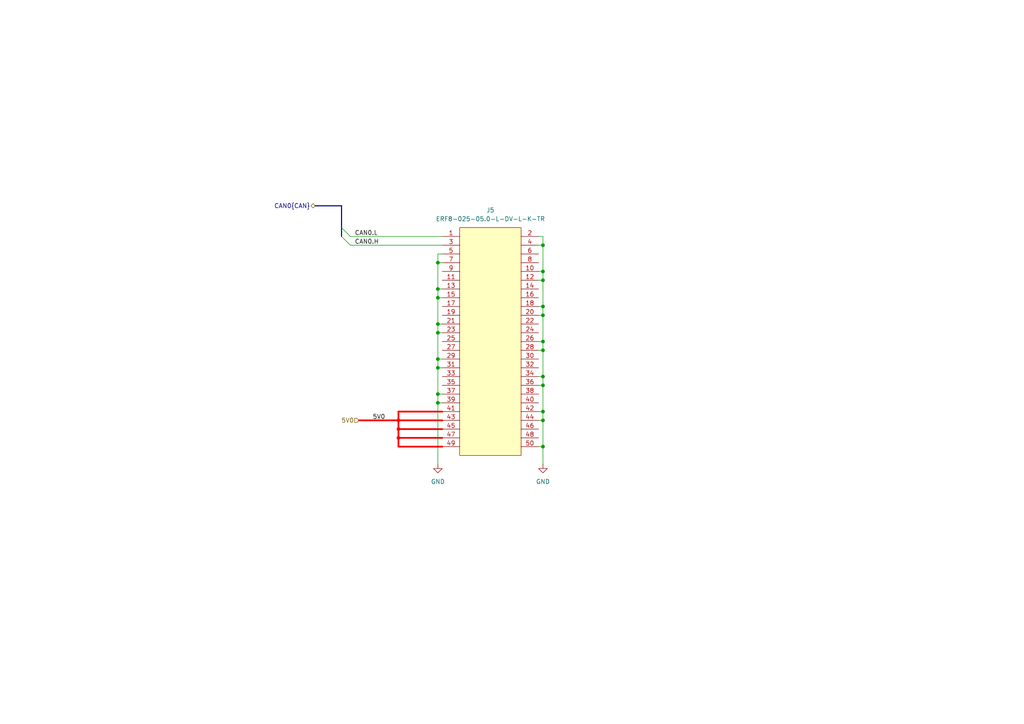
<source format=kicad_sch>
(kicad_sch (version 20250114) (generator "eeschema") (generator_version "9.0")
  (paper "A4")
  (lib_symbols
    (symbol "library:ERF8-025-05.0-L-DV-L-K-TR"
      (property "Reference" "J" (at 0 38.1 0))
      (property "Value" "ERF8-025-05.0-L-DV-L-K-TR" (at 0 35.56 0))
      (symbol "ERF8-025-05.0-L-DV-L-K-TR_1_1"
        (rectangle (start -8.89 33.02) (end 8.89 -33.02) (fill (type color) (color 255 255 194 1)))
        (pin passive line (at -13.97 30.48 0) (length 5.08) (name "") (number "1"))
        (pin passive line (at -13.97 27.94 0) (length 5.08) (name "") (number "3"))
        (pin passive line (at -13.97 25.4 0) (length 5.08) (name "") (number "5"))
        (pin passive line (at -13.97 22.86 0) (length 5.08) (name "") (number "7"))
        (pin passive line (at -13.97 20.32 0) (length 5.08) (name "") (number "9"))
        (pin passive line (at -13.97 17.78 0) (length 5.08) (name "") (number "11"))
        (pin passive line (at -13.97 15.24 0) (length 5.08) (name "") (number "13"))
        (pin passive line (at -13.97 12.7 0) (length 5.08) (name "") (number "15"))
        (pin passive line (at -13.97 10.16 0) (length 5.08) (name "") (number "17"))
        (pin passive line (at -13.97 7.62 0) (length 5.08) (name "") (number "19"))
        (pin passive line (at -13.97 5.08 0) (length 5.08) (name "") (number "21"))
        (pin passive line (at -13.97 2.54 0) (length 5.08) (name "") (number "23"))
        (pin passive line (at -13.97 0 0) (length 5.08) (name "") (number "25"))
        (pin passive line (at -13.97 -2.54 0) (length 5.08) (name "") (number "27"))
        (pin passive line (at -13.97 -5.08 0) (length 5.08) (name "") (number "29"))
        (pin passive line (at -13.97 -7.62 0) (length 5.08) (name "") (number "31"))
        (pin passive line (at -13.97 -10.16 0) (length 5.08) (name "") (number "33"))
        (pin passive line (at -13.97 -12.7 0) (length 5.08) (name "") (number "35"))
        (pin passive line (at -13.97 -15.24 0) (length 5.08) (name "") (number "37"))
        (pin passive line (at -13.97 -17.78 0) (length 5.08) (name "") (number "39"))
        (pin passive line (at -13.97 -20.32 0) (length 5.08) (name "") (number "41"))
        (pin passive line (at -13.97 -22.86 0) (length 5.08) (name "") (number "43"))
        (pin passive line (at -13.97 -25.4 0) (length 5.08) (name "") (number "45"))
        (pin passive line (at -13.97 -27.94 0) (length 5.08) (name "") (number "47"))
        (pin passive line (at -13.97 -30.48 0) (length 5.08) (name "") (number "49"))
        (pin passive line (at 13.97 30.48 180) (length 5.08) (name "") (number "2"))
        (pin passive line (at 13.97 27.94 180) (length 5.08) (name "") (number "4"))
        (pin passive line (at 13.97 25.4 180) (length 5.08) (name "") (number "6"))
        (pin passive line (at 13.97 22.86 180) (length 5.08) (name "") (number "8"))
        (pin passive line (at 13.97 20.32 180) (length 5.08) (name "") (number "10"))
        (pin passive line (at 13.97 17.78 180) (length 5.08) (name "") (number "12"))
        (pin passive line (at 13.97 15.24 180) (length 5.08) (name "") (number "14"))
        (pin passive line (at 13.97 12.7 180) (length 5.08) (name "") (number "16"))
        (pin passive line (at 13.97 10.16 180) (length 5.08) (name "") (number "18"))
        (pin passive line (at 13.97 7.62 180) (length 5.08) (name "") (number "20"))
        (pin passive line (at 13.97 5.08 180) (length 5.08) (name "") (number "22"))
        (pin passive line (at 13.97 2.54 180) (length 5.08) (name "") (number "24"))
        (pin passive line (at 13.97 0 180) (length 5.08) (name "") (number "26"))
        (pin passive line (at 13.97 -2.54 180) (length 5.08) (name "") (number "28"))
        (pin passive line (at 13.97 -5.08 180) (length 5.08) (name "") (number "30"))
        (pin passive line (at 13.97 -7.62 180) (length 5.08) (name "") (number "32"))
        (pin passive line (at 13.97 -10.16 180) (length 5.08) (name "") (number "34"))
        (pin passive line (at 13.97 -12.7 180) (length 5.08) (name "") (number "36"))
        (pin passive line (at 13.97 -15.24 180) (length 5.08) (name "") (number "38"))
        (pin passive line (at 13.97 -17.78 180) (length 5.08) (name "") (number "40"))
        (pin passive line (at 13.97 -20.32 180) (length 5.08) (name "") (number "42"))
        (pin passive line (at 13.97 -22.86 180) (length 5.08) (name "") (number "44"))
        (pin passive line (at 13.97 -25.4 180) (length 5.08) (name "") (number "46"))
        (pin passive line (at 13.97 -27.94 180) (length 5.08) (name "") (number "48"))
        (pin passive line (at 13.97 -30.48 180) (length 5.08) (name "") (number "50"))
      )
    )
    (symbol "library:GND" (power) (pin_numbers (hide yes)) (pin_names (offset 0) (hide yes))
      (property "Value" "GND" (at 0 -3.81 0))
      (symbol "GND_0_1"
        (polyline (pts (xy 0 0) (xy 0 -1.27) (xy 1.27 -1.27) (xy 0 -2.54) (xy -1.27 -1.27) (xy 0 -1.27)))
      )
      (symbol "GND_1_1"
        (pin power_in line (at 0 0 270) (length 0) (name "~") (number "1"))
      )
    )
  )
  (junction (at 127 104.14))
  (junction (at 127 86.36))
  (junction (at 157.48 121.92))
  (junction (at 157.48 119.38))
  (junction (at 157.48 101.6))
  (junction (at 157.48 109.22))
  (junction (at 157.48 88.9))
  (junction (at 157.48 99.06))
  (junction (at 157.48 129.54))
  (junction (at 115.57 127) (color 255 0 0 1))
  (junction (at 157.48 111.76))
  (junction (at 127 76.2))
  (junction (at 127 83.82))
  (junction (at 157.48 81.28))
  (junction (at 157.48 78.74))
  (junction (at 157.48 71.12))
  (junction (at 127 114.3))
  (junction (at 127 93.98))
  (junction (at 127 106.68))
  (junction (at 127 116.84))
  (junction (at 127 96.52))
  (junction (at 115.57 121.92) (color 255 0 0 1))
  (junction (at 115.57 124.46) (color 255 0 0 1))
  (junction (at 157.48 91.44))
  (bus_entry (at 99.06 66.04) (size 2.54 2.54))
  (bus_entry (at 99.06 68.58) (size 2.54 2.54))
  (wire (pts (xy 157.48 99.06) (xy 157.48 101.6)))
  (wire (pts (xy 115.57 124.46) (xy 115.57 127)) (stroke (width 0.508) (color 255 0 0 1)))
  (bus (pts (xy 91.44 59.69) (xy 99.06 59.69)))
  (wire (pts (xy 127 106.68) (xy 127 114.3)))
  (wire (pts (xy 157.48 121.92) (xy 156.21 121.92)))
  (wire (pts (xy 157.48 81.28) (xy 157.48 88.9)))
  (wire (pts (xy 127 96.52) (xy 128.27 96.52)))
  (wire (pts (xy 127 114.3) (xy 127 116.84)))
  (wire (pts (xy 157.48 111.76) (xy 156.21 111.76)))
  (wire (pts (xy 157.48 99.06) (xy 156.21 99.06)))
  (wire (pts (xy 157.48 71.12) (xy 157.48 78.74)))
  (wire (pts (xy 157.48 88.9) (xy 157.48 91.44)))
  (wire (pts (xy 101.6 71.12) (xy 128.27 71.12)))
  (wire (pts (xy 115.57 124.46) (xy 128.27 124.46)) (stroke (width 0.508) (color 255 0 0 1)))
  (wire (pts (xy 115.57 127) (xy 115.57 129.54)) (stroke (width 0.508) (color 255 0 0 1)))
  (wire (pts (xy 157.48 109.22) (xy 156.21 109.22)))
  (wire (pts (xy 115.57 127) (xy 128.27 127)) (stroke (width 0.508) (color 255 0 0 1)))
  (wire (pts (xy 156.21 68.58) (xy 157.48 68.58)))
  (wire (pts (xy 127 116.84) (xy 128.27 116.84)))
  (wire (pts (xy 157.48 68.58) (xy 157.48 71.12)))
  (wire (pts (xy 101.6 68.58) (xy 128.27 68.58)))
  (wire (pts (xy 157.48 121.92) (xy 157.48 129.54)))
  (wire (pts (xy 157.48 119.38) (xy 157.48 121.92)))
  (wire (pts (xy 127 83.82) (xy 128.27 83.82)))
  (wire (pts (xy 127 104.14) (xy 127 106.68)))
  (wire (pts (xy 157.48 78.74) (xy 157.48 81.28)))
  (wire (pts (xy 128.27 73.66) (xy 127 73.66)))
  (wire (pts (xy 104.14 121.92) (xy 115.57 121.92)) (stroke (width 0.508) (color 255 0 0 1)))
  (wire (pts (xy 127 86.36) (xy 127 93.98)))
  (wire (pts (xy 157.48 71.12) (xy 156.21 71.12)))
  (wire (pts (xy 157.48 91.44) (xy 157.48 99.06)))
  (wire (pts (xy 115.57 119.38) (xy 128.27 119.38)) (stroke (width 0.508) (color 255 0 0 1)))
  (wire (pts (xy 115.57 121.92) (xy 128.27 121.92)) (stroke (width 0.508) (color 255 0 0 1)))
  (wire (pts (xy 127 96.52) (xy 127 104.14)))
  (wire (pts (xy 157.48 91.44) (xy 156.21 91.44)))
  (wire (pts (xy 127 93.98) (xy 128.27 93.98)))
  (wire (pts (xy 157.48 119.38) (xy 156.21 119.38)))
  (wire (pts (xy 127 93.98) (xy 127 96.52)))
  (wire (pts (xy 127 83.82) (xy 127 86.36)))
  (wire (pts (xy 127 116.84) (xy 127 134.62)))
  (wire (pts (xy 157.48 109.22) (xy 157.48 111.76)))
  (wire (pts (xy 157.48 101.6) (xy 156.21 101.6)))
  (wire (pts (xy 127 106.68) (xy 128.27 106.68)))
  (wire (pts (xy 115.57 121.92) (xy 115.57 124.46)) (stroke (width 0.508) (color 255 0 0 1)))
  (wire (pts (xy 127 76.2) (xy 128.27 76.2)))
  (bus (pts (xy 99.06 59.69) (xy 99.06 66.04)))
  (wire (pts (xy 115.57 129.54) (xy 128.27 129.54)) (stroke (width 0.508) (color 255 0 0 1)))
  (wire (pts (xy 127 73.66) (xy 127 76.2)))
  (wire (pts (xy 115.57 119.38) (xy 115.57 121.92)) (stroke (width 0.508) (color 255 0 0 1)))
  (wire (pts (xy 127 76.2) (xy 127 83.82)))
  (wire (pts (xy 127 104.14) (xy 128.27 104.14)))
  (wire (pts (xy 127 86.36) (xy 128.27 86.36)))
  (bus (pts (xy 99.06 66.04) (xy 99.06 68.58)))
  (wire (pts (xy 157.48 129.54) (xy 157.48 134.62)))
  (wire (pts (xy 156.21 129.54) (xy 157.48 129.54)))
  (wire (pts (xy 157.48 101.6) (xy 157.48 109.22)))
  (wire (pts (xy 157.48 88.9) (xy 156.21 88.9)))
  (wire (pts (xy 157.48 111.76) (xy 157.48 119.38)))
  (wire (pts (xy 127 114.3) (xy 128.27 114.3)))
  (wire (pts (xy 157.48 78.74) (xy 156.21 78.74)))
  (wire (pts (xy 157.48 81.28) (xy 156.21 81.28)))
  (label "CAN0.H" (at 102.87 71.12 0))
  (label "CAN0.L" (at 102.87 68.58 0))
  (label "5V0" (at 111.76 121.92 180))
  (hierarchical_label "5V0" (shape input) (at 104.14 121.92 180))
  (hierarchical_label "CAN0{CAN}" (shape bidirectional) (at 91.44 59.69 180))
  (symbol (lib_id "library:ERF8-025-05.0-L-DV-L-K-TR") (at 142.24 99.06 0) (unit 1)
    (property "Reference" "J5" (at 142.24 60.96 0))
    (property "Value" "ERF8-025-05.0-L-DV-L-K-TR" (at 142.24 63.5 0))
    (property "Footprint" "library:SAMTEC_ERF8-025-05.0-L-DV-L-K-TR" (effects (hide yes)))
  )
  (symbol (lib_id "library:GND") (at 127 134.62 0) (unit 1)
    (property "Reference" "#PWR07" (effects (hide yes)))
    (property "Value" "GND" (at 127 139.7 0))
    (property "Description" "Power symbol creates a global label with name \"GND\" , ground" (effects (hide yes)))
  )
  (symbol (lib_id "library:GND") (at 157.48 134.62 0) (unit 1)
    (property "Reference" "#PWR08" (effects (hide yes)))
    (property "Value" "GND" (at 157.48 139.7 0))
    (property "Description" "Power symbol creates a global label with name \"GND\" , ground" (effects (hide yes)))
  )
)
</source>
